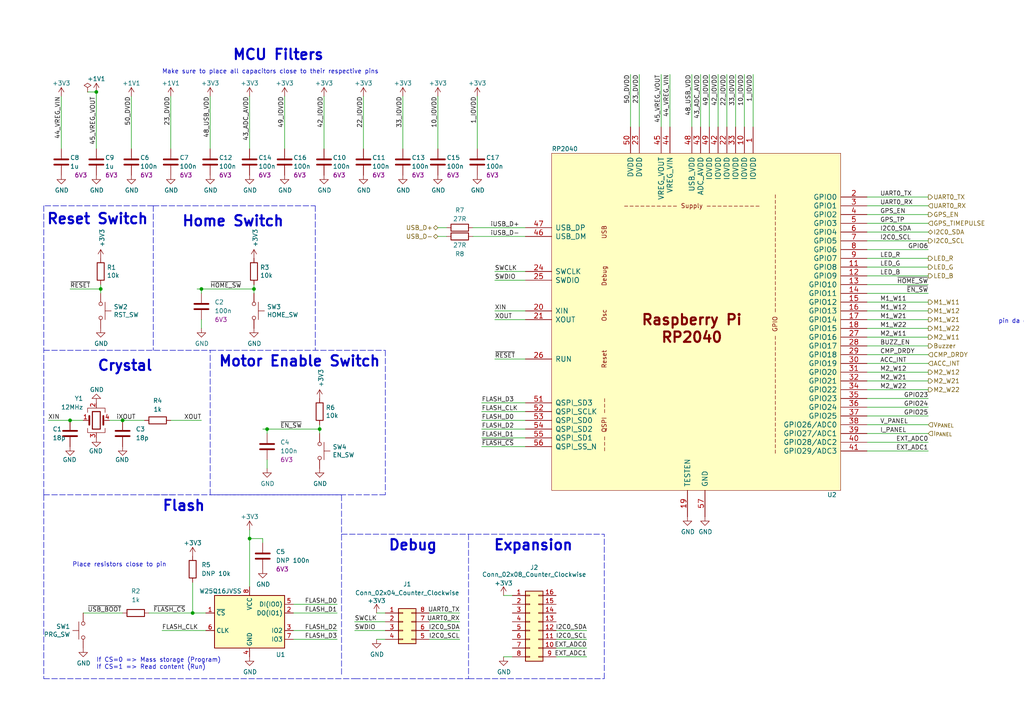
<source format=kicad_sch>
(kicad_sch (version 20211123) (generator eeschema)
  (paper "A4")
  (title_block (title "Control") (company "Thomas Nonis"))
  (lib_symbols
    (symbol "AA_PPSE_2021:RP2040" (pin_names (offset 1.016))
      (property "Reference" "U1" (at 39.37 -48.26 0))
      (property "Value" "RP2040" (at -38.1 52.07 0))
      (symbol "RP2040_1_1"
        (rectangle (start -41.91 50.8) (end 41.91 -46.99) (stroke (width 0.127)) (fill (type background)))
        (text "--- QSPI ---" (at -26.67 -27.94 900) (effects (font (size 1.27 1.27))))
        (text "---------- Supply ----------" (at -1.27 35.56 0) (effects (font (size 1.27 1.27))))
        (text "---------------------- GPIO ----------------------" (at 22.86 1.27 900) (effects (font (size 1.27 1.27))))
        (text "Debug" (at -26.67 15.24 900) (effects (font (size 1.27 1.27))))
        (text "Osc" (at -26.67 3.81 900) (effects (font (size 1.27 1.27))))
        (text "Raspberry Pi" (at -1.27 2.54 0) (effects (font (size 2.9972 2.9972) bold)))
        (text "Reset" (at -26.67 -8.89 900) (effects (font (size 1.27 1.27))))
        (text "RP2040" (at -1.27 -2.54 0) (effects (font (size 2.9972 2.9972) bold)))
        (text "USB" (at -26.67 27.94 900) (effects (font (size 1.27 1.27))))
        (pin power_in line (at 16.51 58.42 270) (length 7.62) (name "IOVDD") (number "1"))
        (pin power_in line (at 13.97 58.42 270) (length 7.62) (name "IOVDD") (number "10"))
        (pin bidirectional line (at 49.53 17.78 180) (length 7.62) (name "GPIO8") (number "11"))
        (pin bidirectional line (at 49.53 15.24 180) (length 7.62) (name "GPIO9") (number "12"))
        (pin bidirectional line (at 49.53 12.7 180) (length 7.62) (name "GPIO10") (number "13"))
        (pin bidirectional line (at 49.53 10.16 180) (length 7.62) (name "GPIO11") (number "14"))
        (pin bidirectional line (at 49.53 7.62 180) (length 7.62) (name "GPIO12") (number "15"))
        (pin bidirectional line (at 49.53 5.08 180) (length 7.62) (name "GPIO13") (number "16"))
        (pin bidirectional line (at 49.53 2.54 180) (length 7.62) (name "GPIO14") (number "17"))
        (pin bidirectional line (at 49.53 0 180) (length 7.62) (name "GPIO15") (number "18"))
        (pin unspecified line (at -2.54 -54.61 90) (length 7.62) (name "TESTEN") (number "19"))
        (pin bidirectional line (at 49.53 38.1 180) (length 7.62) (name "GPIO0") (number "2"))
        (pin input line (at -49.53 5.08 0) (length 7.62) (name "XIN") (number "20"))
        (pin output line (at -49.53 2.54 0) (length 7.62) (name "XOUT") (number "21"))
        (pin power_in line (at 8.89 58.42 270) (length 7.62) (name "IOVDD") (number "22"))
        (pin power_in line (at -16.51 58.42 270) (length 7.62) (name "DVDD") (number "23"))
        (pin unspecified line (at -49.53 16.51 0) (length 7.62) (name "SWCLK") (number "24"))
        (pin unspecified line (at -49.53 13.97 0) (length 7.62) (name "SWDIO") (number "25"))
        (pin input line (at -49.53 -8.89 0) (length 7.62) (name "RUN") (number "26"))
        (pin bidirectional line (at 49.53 -2.54 180) (length 7.62) (name "GPIO16") (number "27"))
        (pin bidirectional line (at 49.53 -5.08 180) (length 7.62) (name "GPIO17") (number "28"))
        (pin bidirectional line (at 49.53 -7.62 180) (length 7.62) (name "GPIO18") (number "29"))
        (pin bidirectional line (at 49.53 35.56 180) (length 7.62) (name "GPIO1") (number "3"))
        (pin bidirectional line (at 49.53 -10.16 180) (length 7.62) (name "GPIO19") (number "30"))
        (pin bidirectional line (at 49.53 -12.7 180) (length 7.62) (name "GPIO20") (number "31"))
        (pin bidirectional line (at 49.53 -15.24 180) (length 7.62) (name "GPIO21") (number "32"))
        (pin power_in line (at 11.43 58.42 270) (length 7.62) (name "IOVDD") (number "33"))
        (pin bidirectional line (at 49.53 -17.78 180) (length 7.62) (name "GPIO22") (number "34"))
        (pin bidirectional line (at 49.53 -20.32 180) (length 7.62) (name "GPIO23") (number "35"))
        (pin bidirectional line (at 49.53 -22.86 180) (length 7.62) (name "GPIO24") (number "36"))
        (pin bidirectional line (at 49.53 -25.4 180) (length 7.62) (name "GPIO25") (number "37"))
        (pin bidirectional line (at 49.53 -27.94 180) (length 7.62) (name "GPIO26/ADC0") (number "38"))
        (pin bidirectional line (at 49.53 -30.48 180) (length 7.62) (name "GPIO27/ADC1") (number "39"))
        (pin bidirectional line (at 49.53 33.02 180) (length 7.62) (name "GPIO2") (number "4"))
        (pin bidirectional line (at 49.53 -33.02 180) (length 7.62) (name "GPIO28/ADC2") (number "40"))
        (pin bidirectional line (at 49.53 -35.56 180) (length 7.62) (name "GPIO29/ADC3") (number "41"))
        (pin power_in line (at 6.35 58.42 270) (length 7.62) (name "IOVDD") (number "42"))
        (pin power_in line (at 1.27 58.42 270) (length 7.62) (name "ADC_AVDD") (number "43"))
        (pin power_in line (at -7.62 58.42 270) (length 7.62) (name "VREG_VIN") (number "44"))
        (pin power_out line (at -10.16 58.42 270) (length 7.62) (name "VREG_VOUT") (number "45"))
        (pin unspecified line (at -49.53 26.67 0) (length 7.62) (name "USB_DM") (number "46"))
        (pin unspecified line (at -49.53 29.21 0) (length 7.62) (name "USB_DP") (number "47"))
        (pin power_in line (at -1.27 58.42 270) (length 7.62) (name "USB_VDD") (number "48"))
        (pin power_in line (at 3.81 58.42 270) (length 7.62) (name "IOVDD") (number "49"))
        (pin bidirectional line (at 49.53 30.48 180) (length 7.62) (name "GPIO3") (number "5"))
        (pin power_in line (at -19.05 58.42 270) (length 7.62) (name "DVDD") (number "50"))
        (pin bidirectional line (at -49.53 -21.59 0) (length 7.62) (name "QSPI_SD3") (number "51"))
        (pin unspecified line (at -49.53 -24.13 0) (length 7.62) (name "QSPI_SCLK") (number "52"))
        (pin bidirectional line (at -49.53 -26.67 0) (length 7.62) (name "QSPI_SD0") (number "53"))
        (pin bidirectional line (at -49.53 -29.21 0) (length 7.62) (name "QSPI_SD2") (number "54"))
        (pin bidirectional line (at -49.53 -31.75 0) (length 7.62) (name "QSPI_SD1") (number "55"))
        (pin unspecified line (at -49.53 -34.29 0) (length 7.62) (name "QSPI_SS_N") (number "56"))
        (pin power_in line (at 2.54 -54.61 90) (length 7.62) (name "GND") (number "57"))
        (pin bidirectional line (at 49.53 27.94 180) (length 7.62) (name "GPIO4") (number "6"))
        (pin bidirectional line (at 49.53 25.4 180) (length 7.62) (name "GPIO5") (number "7"))
        (pin bidirectional line (at 49.53 22.86 180) (length 7.62) (name "GPIO6") (number "8"))
        (pin bidirectional line (at 49.53 20.32 180) (length 7.62) (name "GPIO7") (number "9"))
      )
    )
    (symbol "Connector_Generic:Conn_02x04_Counter_Clockwise" (pin_names (offset 1.016) hide)
      (property "Reference" "J" (at 1.27 5.08 0))
      (property "Value" "Conn_02x04_Counter_Clockwise" (at 1.27 -7.62 0))
      (symbol "Conn_02x04_Counter_Clockwise_1_1"
        (rectangle (start -1.27 -4.953) (end 0 -5.207) (stroke (width 0.1524)))
        (rectangle (start -1.27 -2.413) (end 0 -2.667) (stroke (width 0.1524)))
        (rectangle (start -1.27 0.127) (end 0 -0.127) (stroke (width 0.1524)))
        (rectangle (start -1.27 2.667) (end 0 2.413) (stroke (width 0.1524)))
        (rectangle (start -1.27 3.81) (end 3.81 -6.35) (stroke (width 0.254)) (fill (type background)))
        (rectangle (start 3.81 -4.953) (end 2.54 -5.207) (stroke (width 0.1524)))
        (rectangle (start 3.81 -2.413) (end 2.54 -2.667) (stroke (width 0.1524)))
        (rectangle (start 3.81 0.127) (end 2.54 -0.127) (stroke (width 0.1524)))
        (rectangle (start 3.81 2.667) (end 2.54 2.413) (stroke (width 0.1524)))
        (pin passive line (at -5.08 2.54 0) (length 3.81) (name "Pin_1") (number "1"))
        (pin passive line (at -5.08 0 0) (length 3.81) (name "Pin_2") (number "2"))
        (pin passive line (at -5.08 -2.54 0) (length 3.81) (name "Pin_3") (number "3"))
        (pin passive line (at -5.08 -5.08 0) (length 3.81) (name "Pin_4") (number "4"))
        (pin passive line (at 7.62 -5.08 180) (length 3.81) (name "Pin_5") (number "5"))
        (pin passive line (at 7.62 -2.54 180) (length 3.81) (name "Pin_6") (number "6"))
        (pin passive line (at 7.62 0 180) (length 3.81) (name "Pin_7") (number "7"))
        (pin passive line (at 7.62 2.54 180) (length 3.81) (name "Pin_8") (number "8"))
      )
    )
    (symbol "Connector_Generic:Conn_02x08_Counter_Clockwise" (pin_names (offset 1.016) hide)
      (property "Reference" "J" (at 1.27 10.16 0))
      (property "Value" "Conn_02x08_Counter_Clockwise" (at 1.27 -12.7 0))
      (symbol "Conn_02x08_Counter_Clockwise_1_1"
        (rectangle (start -1.27 -10.033) (end 0 -10.287) (stroke (width 0.1524)))
        (rectangle (start -1.27 -7.493) (end 0 -7.747) (stroke (width 0.1524)))
        (rectangle (start -1.27 -4.953) (end 0 -5.207) (stroke (width 0.1524)))
        (rectangle (start -1.27 -2.413) (end 0 -2.667) (stroke (width 0.1524)))
        (rectangle (start -1.27 0.127) (end 0 -0.127) (stroke (width 0.1524)))
        (rectangle (start -1.27 2.667) (end 0 2.413) (stroke (width 0.1524)))
        (rectangle (start -1.27 5.207) (end 0 4.953) (stroke (width 0.1524)))
        (rectangle (start -1.27 7.747) (end 0 7.493) (stroke (width 0.1524)))
        (rectangle (start -1.27 8.89) (end 3.81 -11.43) (stroke (width 0.254)) (fill (type background)))
        (rectangle (start 3.81 -10.033) (end 2.54 -10.287) (stroke (width 0.1524)))
        (rectangle (start 3.81 -7.493) (end 2.54 -7.747) (stroke (width 0.1524)))
        (rectangle (start 3.81 -4.953) (end 2.54 -5.207) (stroke (width 0.1524)))
        (rectangle (start 3.81 -2.413) (end 2.54 -2.667) (stroke (width 0.1524)))
        (rectangle (start 3.81 0.127) (end 2.54 -0.127) (stroke (width 0.1524)))
        (rectangle (start 3.81 2.667) (end 2.54 2.413) (stroke (width 0.1524)))
        (rectangle (start 3.81 5.207) (end 2.54 4.953) (stroke (width 0.1524)))
        (rectangle (start 3.81 7.747) (end 2.54 7.493) (stroke (width 0.1524)))
        (pin passive line (at -5.08 7.62 0) (length 3.81) (name "Pin_1") (number "1"))
        (pin passive line (at 7.62 -7.62 180) (length 3.81) (name "Pin_10") (number "10"))
        (pin passive line (at 7.62 -5.08 180) (length 3.81) (name "Pin_11") (number "11"))
        (pin passive line (at 7.62 -2.54 180) (length 3.81) (name "Pin_12") (number "12"))
        (pin passive line (at 7.62 0 180) (length 3.81) (name "Pin_13") (number "13"))
        (pin passive line (at 7.62 2.54 180) (length 3.81) (name "Pin_14") (number "14"))
        (pin passive line (at 7.62 5.08 180) (length 3.81) (name "Pin_15") (number "15"))
        (pin passive line (at 7.62 7.62 180) (length 3.81) (name "Pin_16") (number "16"))
        (pin passive line (at -5.08 5.08 0) (length 3.81) (name "Pin_2") (number "2"))
        (pin passive line (at -5.08 2.54 0) (length 3.81) (name "Pin_3") (number "3"))
        (pin passive line (at -5.08 0 0) (length 3.81) (name "Pin_4") (number "4"))
        (pin passive line (at -5.08 -2.54 0) (length 3.81) (name "Pin_5") (number "5"))
        (pin passive line (at -5.08 -5.08 0) (length 3.81) (name "Pin_6") (number "6"))
        (pin passive line (at -5.08 -7.62 0) (length 3.81) (name "Pin_7") (number "7"))
        (pin passive line (at -5.08 -10.16 0) (length 3.81) (name "Pin_8") (number "8"))
        (pin passive line (at 7.62 -10.16 180) (length 3.81) (name "Pin_9") (number "9"))
      )
    )
    (symbol "Device:C" (pin_numbers hide) (pin_names (offset 0.254))
      (property "Reference" "C" (at 0.635 2.54 0))
      (property "Value" "C" (at 0.635 -2.54 0))
      (symbol "C_0_1"
        (polyline (pts (xy -2.032 -0.762) (xy 2.032 -0.762)) (stroke (width 0.508)))
        (polyline (pts (xy -2.032 0.762) (xy 2.032 0.762)) (stroke (width 0.508)))
      )
      (symbol "C_1_1"
        (pin passive line (at 0 3.81 270) (length 2.794) (name "~") (number "1"))
        (pin passive line (at 0 -3.81 90) (length 2.794) (name "~") (number "2"))
      )
    )
    (symbol "Device:Crystal_GND23" (pin_names (offset 1.016) hide)
      (property "Reference" "Y" (at 3.175 5.08 0))
      (property "Value" "Crystal_GND23" (at 3.175 3.175 0))
      (symbol "Crystal_GND23_0_1"
        (rectangle (start -1.143 2.54) (end 1.143 -2.54) (stroke (width 0.3048)))
        (polyline (pts (xy -2.54 0) (xy -2.032 0)))
        (polyline (pts (xy -2.032 -1.27) (xy -2.032 1.27)) (stroke (width 0.508)))
        (polyline (pts (xy 0 -3.81) (xy 0 -3.556)))
        (polyline (pts (xy 0 3.556) (xy 0 3.81)))
        (polyline (pts (xy 2.032 -1.27) (xy 2.032 1.27)) (stroke (width 0.508)))
        (polyline (pts (xy 2.032 0) (xy 2.54 0)))
        (polyline (pts (xy -2.54 -2.286) (xy -2.54 -3.556) (xy 2.54 -3.556) (xy 2.54 -2.286)))
        (polyline (pts (xy -2.54 2.286) (xy -2.54 3.556) (xy 2.54 3.556) (xy 2.54 2.286)))
      )
      (symbol "Crystal_GND23_1_1"
        (pin passive line (at -3.81 0 0) (length 1.27) (name "1") (number "1"))
        (pin passive line (at 0 5.08 270) (length 1.27) (name "2") (number "2"))
        (pin passive line (at 0 -5.08 90) (length 1.27) (name "3") (number "3"))
        (pin passive line (at 3.81 0 180) (length 1.27) (name "4") (number "4"))
      )
    )
    (symbol "Device:R" (pin_numbers hide) (pin_names (offset 0))
      (property "Reference" "R" (at 2.032 0 90))
      (property "Value" "R" (at 0 0 90))
      (symbol "R_0_1"
        (rectangle (start -1.016 -2.54) (end 1.016 2.54) (stroke (width 0.254)))
      )
      (symbol "R_1_1"
        (pin passive line (at 0 3.81 270) (length 1.27) (name "~") (number "1"))
        (pin passive line (at 0 -3.81 90) (length 1.27) (name "~") (number "2"))
      )
    )
    (symbol "Memory_Flash:W25Q32JVSS"
      (property "Reference" "U" (at -8.89 8.89 0))
      (property "Value" "W25Q32JVSS" (at 7.62 8.89 0))
      (symbol "W25Q32JVSS_0_1"
        (rectangle (start -10.16 7.62) (end 10.16 -7.62) (stroke (width 0.254)) (fill (type background)))
      )
      (symbol "W25Q32JVSS_1_1"
        (pin input line (at -12.7 2.54 0) (length 2.54) (name "~{CS}") (number "1"))
        (pin bidirectional line (at 12.7 2.54 180) (length 2.54) (name "DO(IO1)") (number "2"))
        (pin bidirectional line (at 12.7 -2.54 180) (length 2.54) (name "IO2") (number "3"))
        (pin power_in line (at 0 -10.16 90) (length 2.54) (name "GND") (number "4"))
        (pin bidirectional line (at 12.7 5.08 180) (length 2.54) (name "DI(IO0)") (number "5"))
        (pin input line (at -12.7 -2.54 0) (length 2.54) (name "CLK") (number "6"))
        (pin bidirectional line (at 12.7 -5.08 180) (length 2.54) (name "IO3") (number "7"))
        (pin power_in line (at 0 10.16 270) (length 2.54) (name "VCC") (number "8"))
      )
    )
    (symbol "Switch:SW_Push" (pin_numbers hide) (pin_names (offset 1.016) hide)
      (property "Reference" "SW" (at 1.27 2.54 0))
      (property "Value" "SW_Push" (at 0 -1.524 0))
      (symbol "SW_Push_0_1"
        (circle (center -2.032 0) (radius 0.508))
        (polyline (pts (xy 0 1.27) (xy 0 3.048)))
        (polyline (pts (xy 2.54 1.27) (xy -2.54 1.27)))
        (circle (center 2.032 0) (radius 0.508))
        (pin passive line (at -5.08 0 0) (length 2.54) (name "1") (number "1"))
        (pin passive line (at 5.08 0 180) (length 2.54) (name "2") (number "2"))
      )
    )
    (symbol "power:+1V1" (power) (pin_names (offset 0))
      (property "Value" "+1V1" (at 0 3.556 0))
      (symbol "+1V1_0_1"
        (polyline (pts (xy -0.762 1.27) (xy 0 2.54)))
        (polyline (pts (xy 0 0) (xy 0 2.54)))
        (polyline (pts (xy 0 2.54) (xy 0.762 1.27)))
      )
      (symbol "+1V1_1_1"
        (pin power_in line (at 0 0 90) (length 0) hide (name "+1V1") (number "1"))
      )
    )
    (symbol "power:+3V3" (power) (pin_names (offset 0))
      (property "Value" "+3V3" (at 0 3.556 0))
      (symbol "+3V3_0_1"
        (polyline (pts (xy -0.762 1.27) (xy 0 2.54)))
        (polyline (pts (xy 0 0) (xy 0 2.54)))
        (polyline (pts (xy 0 2.54) (xy 0.762 1.27)))
      )
      (symbol "+3V3_1_1"
        (pin power_in line (at 0 0 90) (length 0) hide (name "+3V3") (number "1"))
      )
    )
    (symbol "power:GND" (power) (pin_names (offset 0))
      (property "Value" "GND" (at 0 -3.81 0))
      (symbol "GND_0_1"
        (polyline (pts (xy 0 0) (xy 0 -1.27) (xy 1.27 -1.27) (xy 0 -2.54) (xy -1.27 -1.27) (xy 0 -1.27)))
      )
      (symbol "GND_1_1"
        (pin power_in line (at 0 0 270) (length 0) hide (name "GND") (number "1"))
      )
    )
    (symbol "power:PWR_FLAG" (power) (pin_numbers hide) (pin_names (offset 0) hide)
      (property "Value" "PWR_FLAG" (at 0 3.81 0))
      (symbol "PWR_FLAG_0_0"
        (pin power_out line (at 0 0 90) (length 0) (name "pwr") (number "1"))
      )
      (symbol "PWR_FLAG_0_1"
        (polyline (pts (xy 0 0) (xy 0 1.27) (xy -1.016 1.905) (xy 0 2.54) (xy 1.016 1.905) (xy 0 1.27)))
      )
    )
  )
  (junction (at 35.56 121.92))
  (junction (at 29.21 83.82))
  (junction (at 73.66 83.82))
  (junction (at 27.94 26.67))
  (junction (at 72.39 156.21))
  (junction (at 55.88 177.8))
  (junction (at 92.71 124.46))
  (junction (at 77.47 124.46))
  (junction (at 58.42 83.82))
  (junction (at 20.32 121.92))
  (wire (pts (xy 138.43 27.94) (xy 138.43 43.18)))
  (wire (pts (xy 194.31 21.59) (xy 194.31 36.83)))
  (wire (pts (xy 73.66 82.55) (xy 73.66 83.82)))
  (wire (pts (xy 105.41 27.94) (xy 105.41 43.18)))
  (polyline (pts (xy 44.45 143.51) (xy 50.8 143.51)))
  (wire (pts (xy 152.4 90.17) (xy 143.51 90.17)))
  (wire (pts (xy 124.46 185.42) (xy 133.35 185.42)))
  (wire (pts (xy 269.24 69.85) (xy 251.46 69.85)))
  (wire (pts (xy 152.4 116.84) (xy 139.7 116.84)))
  (wire (pts (xy 24.13 177.8) (xy 35.56 177.8)))
  (wire (pts (xy 251.46 77.47) (xy 269.24 77.47)))
  (wire (pts (xy 269.24 64.77) (xy 251.46 64.77)))
  (wire (pts (xy 251.46 87.63) (xy 269.24 87.63)))
  (wire (pts (xy 251.46 107.95) (xy 269.24 107.95)))
  (wire (pts (xy 215.9 21.59) (xy 215.9 36.83)))
  (wire (pts (xy 251.46 72.39) (xy 269.24 72.39)))
  (wire (pts (xy 137.16 66.04) (xy 152.4 66.04)))
  (wire (pts (xy 76.2 156.21) (xy 76.2 157.48)))
  (wire (pts (xy 17.78 27.94) (xy 17.78 43.18)))
  (wire (pts (xy 29.21 83.82) (xy 29.21 85.09)))
  (polyline (pts (xy 111.76 101.6) (xy 111.76 143.51)))
  (wire (pts (xy 161.29 182.88) (xy 170.18 182.88)))
  (wire (pts (xy 251.46 100.33) (xy 269.24 100.33)))
  (wire (pts (xy 85.09 182.88) (xy 97.79 182.88)))
  (wire (pts (xy 251.46 120.65) (xy 269.24 120.65)))
  (wire (pts (xy 49.53 121.92) (xy 58.42 121.92)))
  (wire (pts (xy 77.47 124.46) (xy 92.71 124.46)))
  (wire (pts (xy 218.44 21.59) (xy 218.44 36.83)))
  (polyline (pts (xy 175.26 196.85) (xy 175.26 154.94)))
  (wire (pts (xy 269.24 57.15) (xy 251.46 57.15)))
  (wire (pts (xy 146.05 172.72) (xy 148.59 172.72)))
  (wire (pts (xy 116.84 27.94) (xy 116.84 43.18)))
  (wire (pts (xy 152.4 124.46) (xy 139.7 124.46)))
  (wire (pts (xy 29.21 82.55) (xy 29.21 83.82)))
  (polyline (pts (xy 102.87 196.85) (xy 135.89 196.85)))
  (wire (pts (xy 152.4 78.74) (xy 143.51 78.74)))
  (polyline (pts (xy 12.7 143.51) (xy 12.7 101.6)))
  (polyline (pts (xy 12.7 196.85) (xy 102.87 196.85)))
  (wire (pts (xy 73.66 83.82) (xy 73.66 85.09)))
  (wire (pts (xy 111.76 180.34) (xy 102.87 180.34)))
  (wire (pts (xy 85.09 175.26) (xy 97.79 175.26)))
  (polyline (pts (xy 91.44 59.69) (xy 91.44 101.6)))
  (wire (pts (xy 251.46 90.17) (xy 269.24 90.17)))
  (wire (pts (xy 31.75 121.92) (xy 35.56 121.92)))
  (wire (pts (xy 82.55 27.94) (xy 82.55 43.18)))
  (polyline (pts (xy 99.06 195.58) (xy 99.06 143.51)))
  (wire (pts (xy 72.39 156.21) (xy 72.39 170.18)))
  (wire (pts (xy 251.46 85.09) (xy 269.24 85.09)))
  (polyline (pts (xy 135.89 196.85) (xy 175.26 196.85)))
  (wire (pts (xy 251.46 97.79) (xy 269.24 97.79)))
  (wire (pts (xy 191.77 21.59) (xy 191.77 36.83)))
  (wire (pts (xy 76.2 124.46) (xy 77.47 124.46)))
  (wire (pts (xy 92.71 123.19) (xy 92.71 124.46)))
  (wire (pts (xy 55.88 177.8) (xy 59.69 177.8)))
  (polyline (pts (xy 44.45 59.69) (xy 12.7 59.69)))
  (wire (pts (xy 77.47 124.46) (xy 77.47 125.73)))
  (wire (pts (xy 251.46 128.27) (xy 269.24 128.27)))
  (wire (pts (xy 251.46 115.57) (xy 269.24 115.57)))
  (wire (pts (xy 269.24 62.23) (xy 251.46 62.23)))
  (polyline (pts (xy 44.45 59.69) (xy 91.44 59.69)))
  (wire (pts (xy 251.46 102.87) (xy 269.24 102.87)))
  (wire (pts (xy 200.66 21.59) (xy 200.66 36.83)))
  (wire (pts (xy 72.39 27.94) (xy 72.39 43.18)))
  (wire (pts (xy 29.21 83.82) (xy 20.32 83.82)))
  (wire (pts (xy 55.88 168.91) (xy 55.88 177.8)))
  (wire (pts (xy 77.47 133.35) (xy 77.47 135.89)))
  (wire (pts (xy 146.05 190.5) (xy 148.59 190.5)))
  (wire (pts (xy 269.24 59.69) (xy 251.46 59.69)))
  (wire (pts (xy 251.46 74.93) (xy 269.24 74.93)))
  (polyline (pts (xy 60.96 101.6) (xy 111.76 101.6)))
  (wire (pts (xy 127 66.04) (xy 129.54 66.04)))
  (wire (pts (xy 210.82 21.59) (xy 210.82 36.83)))
  (wire (pts (xy 213.36 21.59) (xy 213.36 36.83)))
  (wire (pts (xy 185.42 21.59) (xy 185.42 36.83)))
  (wire (pts (xy 152.4 129.54) (xy 139.7 129.54)))
  (wire (pts (xy 109.22 185.42) (xy 111.76 185.42)))
  (wire (pts (xy 124.46 180.34) (xy 133.35 180.34)))
  (polyline (pts (xy 12.7 143.51) (xy 12.7 196.85)))
  (wire (pts (xy 269.24 123.19) (xy 251.46 123.19)))
  (wire (pts (xy 152.4 121.92) (xy 139.7 121.92)))
  (wire (pts (xy 152.4 92.71) (xy 143.51 92.71)))
  (wire (pts (xy 124.46 182.88) (xy 133.35 182.88)))
  (wire (pts (xy 161.29 190.5) (xy 170.18 190.5)))
  (wire (pts (xy 269.24 67.31) (xy 251.46 67.31)))
  (polyline (pts (xy 99.06 154.94) (xy 175.26 154.94)))
  (wire (pts (xy 124.46 177.8) (xy 133.35 177.8)))
  (wire (pts (xy 205.74 21.59) (xy 205.74 36.83)))
  (wire (pts (xy 251.46 110.49) (xy 269.24 110.49)))
  (wire (pts (xy 76.2 156.21) (xy 72.39 156.21)))
  (wire (pts (xy 57.15 83.82) (xy 58.42 83.82)))
  (wire (pts (xy 152.4 119.38) (xy 139.7 119.38)))
  (wire (pts (xy 251.46 130.81) (xy 269.24 130.81)))
  (wire (pts (xy 25.4 26.67) (xy 27.94 26.67)))
  (wire (pts (xy 43.18 177.8) (xy 55.88 177.8)))
  (wire (pts (xy 152.4 81.28) (xy 143.51 81.28)))
  (wire (pts (xy 109.22 177.8) (xy 111.76 177.8)))
  (wire (pts (xy 92.71 124.46) (xy 92.71 125.73)))
  (wire (pts (xy 251.46 105.41) (xy 269.24 105.41)))
  (wire (pts (xy 251.46 92.71) (xy 269.24 92.71)))
  (wire (pts (xy 59.69 182.88) (xy 46.99 182.88)))
  (polyline (pts (xy 12.7 59.69) (xy 12.7 101.6)))
  (wire (pts (xy 27.94 26.67) (xy 27.94 43.18)))
  (wire (pts (xy 251.46 95.25) (xy 269.24 95.25)))
  (wire (pts (xy 203.2 21.59) (xy 203.2 36.83)))
  (wire (pts (xy 152.4 68.58) (xy 137.16 68.58)))
  (wire (pts (xy 161.29 187.96) (xy 170.18 187.96)))
  (wire (pts (xy 93.98 27.94) (xy 93.98 43.18)))
  (wire (pts (xy 13.97 121.92) (xy 20.32 121.92)))
  (wire (pts (xy 208.28 21.59) (xy 208.28 36.83)))
  (wire (pts (xy 35.56 121.92) (xy 41.91 121.92)))
  (polyline (pts (xy 60.96 143.51) (xy 60.96 101.6)))
  (wire (pts (xy 251.46 80.01) (xy 269.24 80.01)))
  (wire (pts (xy 161.29 185.42) (xy 170.18 185.42)))
  (wire (pts (xy 72.39 153.67) (xy 72.39 156.21)))
  (wire (pts (xy 20.32 121.92) (xy 24.13 121.92)))
  (polyline (pts (xy 12.7 143.51) (xy 99.06 143.51)))
  (wire (pts (xy 182.88 21.59) (xy 182.88 36.83)))
  (polyline (pts (xy 44.45 59.69) (xy 44.45 101.6)))
  (wire (pts (xy 58.42 92.71) (xy 58.42 95.25)))
  (wire (pts (xy 85.09 185.42) (xy 97.79 185.42)))
  (polyline (pts (xy 12.7 101.6) (xy 60.96 101.6)))
  (wire (pts (xy 251.46 113.03) (xy 269.24 113.03)))
  (wire (pts (xy 127 27.94) (xy 127 43.18)))
  (wire (pts (xy 60.96 27.94) (xy 60.96 43.18)))
  (wire (pts (xy 251.46 82.55) (xy 269.24 82.55)))
  (wire (pts (xy 269.24 125.73) (xy 251.46 125.73)))
  (wire (pts (xy 129.54 68.58) (xy 127 68.58)))
  (wire (pts (xy 251.46 118.11) (xy 269.24 118.11)))
  (wire (pts (xy 152.4 127) (xy 139.7 127)))
  (wire (pts (xy 111.76 182.88) (xy 102.87 182.88)))
  (wire (pts (xy 58.42 83.82) (xy 58.42 85.09)))
  (wire (pts (xy 38.1 27.94) (xy 38.1 43.18)))
  (wire (pts (xy 85.09 177.8) (xy 97.79 177.8)))
  (wire (pts (xy 49.53 27.94) (xy 49.53 43.18)))
  (wire (pts (xy 152.4 104.14) (xy 143.51 104.14)))
  (wire (pts (xy 58.42 83.82) (xy 73.66 83.82)))
  (polyline (pts (xy 111.76 143.51) (xy 60.96 143.51)))
  (polyline (pts (xy 135.89 154.94) (xy 135.89 196.85)))
  (text "Expansion" (at 166.37 160.02 180) (effects (font (size 3 3) (thickness 0.6) bold) (justify right bottom)))
  (text "Place resistors close to pin" (at 20.955 164.592 0) (effects (font (size 1.27 1.27)) (justify left bottom)))
  (text "MCU Filters" (at 67.31 17.78 0) (effects (font (size 3 3) (thickness 0.6) bold) (justify left bottom)))
  (text "Home Switch" (at 82.55 66.04 180) (effects (font (size 3 3) (thickness 0.6) bold) (justify right bottom)))
  (text "pin da controllare e/o rifare" (at 289.56 93.98 0) (effects (font (size 1.27 1.27)) (justify left bottom)))
  (text "Make sure to place all capacitors close to their respective pins" (at 46.99 21.59 0) (effects (font (size 1.27 1.27)) (justify left bottom)))
  (text "Motor Enable Switch" (at 110.49 106.68 180) (effects (font (size 3 3) (thickness 0.6) bold) (justify right bottom)))
  (text "Flash" (at 59.69 148.59 180) (effects (font (size 2.9972 2.9972) (thickness 0.5994) bold) (justify right bottom)))
  (text "Debug" (at 127 160.02 180) (effects (font (size 3 3) (thickness 0.6) bold) (justify right bottom)))
  (text "Reset Switch" (at 43.18 65.405 180) (effects (font (size 3 3) (thickness 0.6) bold) (justify right bottom)))
  (text "If CS=0 => Mass storage (Program)\nIf CS=1 => Read content (Run)" (at 27.94 194.31 0) (effects (font (size 1.27 1.27)) (justify left bottom)))
  (text "Crystal" (at 44.45 107.95 180) (effects (font (size 3 3) (thickness 0.6) bold) (justify right bottom)))
  (label "1_IOVDD" (at 218.44 21.59 270))
  (label "iXOUT" (at 39.37 121.92 180))
  (label "GPS_EN" (at 255.27 62.23 0))
  (label "10_IOVDD" (at 127 27.94 270))
  (label "~{RESET}" (at 143.51 104.14 0))
  (label "42_IOVDD" (at 208.28 21.59 270))
  (label "~{EN_SW}" (at 269.24 85.09 180))
  (label "LED_R" (at 255.27 74.93 0))
  (label "SWCLK" (at 102.87 180.34 0))
  (label "M1_W12" (at 255.27 90.17 0))
  (label "UART0_RX" (at 133.35 180.34 180))
  (label "LED_B" (at 255.27 80.01 0))
  (label "I_PANEL" (at 255.27 125.73 0))
  (label "UART0_TX" (at 255.27 57.15 0))
  (label "XOUT" (at 58.42 121.92 180))
  (label "GPIO24" (at 269.24 118.11 180))
  (label "22_IOVDD" (at 105.41 27.94 270))
  (label "I2C0_SCL" (at 133.35 185.42 180))
  (label "44_VREG_VIN" (at 17.78 27.94 270))
  (label "M2_W11" (at 255.27 97.79 0))
  (label "~{EN_SW}" (at 81.28 124.46 0))
  (label "I2C0_SCL" (at 170.18 185.42 180))
  (label "BUZZ_EN" (at 255.27 100.33 0))
  (label "~{HOME_SW}" (at 269.24 82.55 180))
  (label "GPIO23" (at 269.24 115.57 180))
  (label "49_IOVDD" (at 82.55 27.94 270))
  (label "M2_W21" (at 255.27 110.49 0))
  (label "M2_W12" (at 255.27 107.95 0))
  (label "M1_W11" (at 255.27 87.63 0))
  (label "M1_W22" (at 255.27 95.25 0))
  (label "I2C0_SDA" (at 170.18 182.88 180))
  (label "XIN" (at 13.97 121.92 0))
  (label "EXT_ADC1" (at 269.24 130.81 180))
  (label "1_IOVDD" (at 138.43 27.94 270))
  (label "49_IOVDD" (at 205.74 21.59 270))
  (label "iUSB_D+" (at 142.24 66.04 0))
  (label "XIN" (at 143.51 90.17 0))
  (label "10_IOVDD" (at 215.9 21.59 270))
  (label "SWCLK" (at 143.51 78.74 0))
  (label "50_DVDD" (at 182.88 21.59 270))
  (label "I2C0_SDA" (at 133.35 182.88 180))
  (label "SWDIO" (at 143.51 81.28 0))
  (label "50_DVDD" (at 38.1 27.94 270))
  (label "EXT_ADC0" (at 170.18 187.96 180))
  (label "48_USB_VDD" (at 200.66 21.59 270))
  (label "23_DVDD" (at 49.53 27.94 270))
  (label "FLASH_D2" (at 139.7 124.46 0))
  (label "FLASH_D2" (at 97.79 182.88 180))
  (label "43_ADC_AVDD" (at 72.39 27.94 270))
  (label "LED_G" (at 255.27 77.47 0))
  (label "CMP_DRDY" (at 255.27 102.87 0))
  (label "SWDIO" (at 102.87 182.88 0))
  (label "EXT_ADC0" (at 269.24 128.27 180))
  (label "GPIO6" (at 269.24 72.39 180))
  (label "EXT_ADC1" (at 170.18 190.5 180))
  (label "FLASH_D3" (at 139.7 116.84 0))
  (label "FLASH_CLK" (at 46.99 182.88 0))
  (label "45_VREG_VOUT" (at 27.94 27.94 270))
  (label "33_IOVDD" (at 116.84 27.94 270))
  (label "UART0_RX" (at 255.27 59.69 0))
  (label "FLASH_D0" (at 139.7 121.92 0))
  (label "UART0_TX" (at 133.35 177.8 180))
  (label "M2_W22" (at 255.27 113.03 0))
  (label "GPIO25" (at 269.24 120.65 180))
  (label "I2C0_SDA" (at 255.27 67.31 0))
  (label "33_IOVDD" (at 213.36 21.59 270))
  (label "42_IOVDD" (at 93.98 27.94 270))
  (label "iUSB_D-" (at 142.24 68.58 0))
  (label "~{RESET}" (at 20.32 83.82 0))
  (label "FLASH_D3" (at 97.79 185.42 180))
  (label "ACC_INT" (at 255.27 105.41 0))
  (label "48_USB_VDD" (at 60.96 27.94 270))
  (label "FLASH_CLK" (at 139.7 119.38 0))
  (label "FLASH_D0" (at 97.79 175.26 180))
  (label "GPS_TP" (at 255.27 64.77 0))
  (label "~{FLASH_CS}" (at 44.45 177.8 0))
  (label "V_PANEL" (at 255.27 123.19 0))
  (label "M1_W21" (at 255.27 92.71 0))
  (label "23_DVDD" (at 185.42 21.59 270))
  (label "45_VREG_VOUT" (at 191.77 21.59 270))
  (label "I2C0_SCL" (at 255.27 69.85 0))
  (label "XOUT" (at 143.51 92.71 0))
  (label "44_VREG_VIN" (at 194.31 21.59 270))
  (label "~{USB_BOOT}" (at 25.4 177.8 0))
  (label "22_IOVDD" (at 210.82 21.59 270))
  (label "~{HOME_SW}" (at 60.96 83.82 0))
  (label "FLASH_D1" (at 97.79 177.8 180))
  (label "~{FLASH_CS}" (at 139.7 129.54 0))
  (label "43_ADC_AVDD" (at 203.2 21.59 270))
  (label "FLASH_D1" (at 139.7 127 0))
  (hierarchical_label "UART0_TX" (shape output) (at 269.24 57.15 0))
  (hierarchical_label "V_{PANEL}" (shape input) (at 269.24 123.19 0))
  (hierarchical_label "M1_W11" (shape output) (at 269.24 87.63 0))
  (hierarchical_label "M1_W21" (shape output) (at 269.24 92.71 0))
  (hierarchical_label "USB_D+" (shape bidirectional) (at 127 66.04 180))
  (hierarchical_label "GPS_TIMEPULSE" (shape input) (at 269.24 64.77 0))
  (hierarchical_label "Buzzer" (shape output) (at 269.24 100.33 0))
  (hierarchical_label "I_{PANEL}" (shape input) (at 269.24 125.73 0))
  (hierarchical_label "M1_W22" (shape output) (at 269.24 95.25 0))
  (hierarchical_label "M2_W21" (shape output) (at 269.24 110.49 0))
  (hierarchical_label "LED_B" (shape output) (at 269.24 80.01 0))
  (hierarchical_label "I2C0_SCL" (shape output) (at 269.24 69.85 0))
  (hierarchical_label "I2C0_SDA" (shape bidirectional) (at 269.24 67.31 0))
  (hierarchical_label "LED_R" (shape output) (at 269.24 74.93 0))
  (hierarchical_label "UART0_RX" (shape input) (at 269.24 59.69 0))
  (hierarchical_label "M2_W11" (shape output) (at 269.24 97.79 0))
  (hierarchical_label "M2_W22" (shape output) (at 269.24 113.03 0))
  (hierarchical_label "GPS_EN" (shape output) (at 269.24 62.23 0))
  (hierarchical_label "LED_G" (shape output) (at 269.24 77.47 0))
  (hierarchical_label "USB_D-" (shape bidirectional) (at 127 68.58 180))
  (hierarchical_label "ACC_INT" (shape input) (at 269.24 105.41 0))
  (hierarchical_label "M1_W12" (shape output) (at 269.24 90.17 0))
  (hierarchical_label "CMP_DRDY" (shape input) (at 269.24 102.87 0))
  (hierarchical_label "M2_W12" (shape output) (at 269.24 107.95 0))
  (symbol (lib_id "AA_PPSE_2021:RP2040") (at 201.93 95.25 0) (unit 1)
    (property "Reference" "U2" (at 241.3 143.51 0))
    (property "Value" "RP2040" (at 163.83 43.18 0))
    (property "Footprint" "ppse_2021:RP2040-Hand-Solder" (effects hide))
  )
  (symbol (lib_id "Switch:SW_Push") (at 29.21 90.17 270) (unit 1)
    (property "Reference" "SW2" (at 32.9692 89.0016 90) (effects (justify left)))
    (property "Value" "RST_SW" (at 32.9692 91.313 90) (effects (justify left)))
    (property "Footprint" "Button_Switch_SMD:SW_SPST_PTS645" (effects hide))
  )
  (symbol (lib_id "Device:R") (at 29.21 78.74 0) (unit 1)
    (property "Reference" "R1" (at 30.988 77.5716 0) (effects (justify left)))
    (property "Value" "10k" (at 30.988 79.883 0) (effects (justify left)))
    (property "Footprint" "Resistor_SMD:R_0603_1608Metric" (effects hide))
  )
  (symbol (lib_id "power:GND") (at 29.21 95.25 0) (unit 1)
    (property "Reference" "#PWR07" (effects hide))
    (property "Value" "GND" (at 29.337 99.6442 0))
  )
  (symbol (lib_id "power:+3V3") (at 29.21 74.93 0) (unit 1)
    (property "Reference" "#PWR06" (effects hide))
    (property "Value" "+3V3" (at 29.591 71.6788 90) (effects (justify left)))
  )
  (symbol (lib_id "Device:R") (at 133.35 66.04 270) (unit 1)
    (property "Reference" "R7" (at 133.35 60.96 90))
    (property "Value" "27R" (at 133.35 63.5 90))
    (property "Footprint" "Resistor_SMD:R_0603_1608Metric" (effects hide))
  )
  (symbol (lib_id "Device:R") (at 133.35 68.58 270) (unit 1)
    (property "Reference" "R8" (at 133.35 73.66 90))
    (property "Value" "27R" (at 133.35 71.12 90))
    (property "Footprint" "Resistor_SMD:R_0603_1608Metric" (effects hide))
  )
  (symbol (lib_id "power:GND") (at 199.39 149.86 0) (unit 1)
    (property "Reference" "#PWR029" (effects hide))
    (property "Value" "GND" (at 199.517 154.2542 0))
  )
  (symbol (lib_id "power:GND") (at 204.47 149.86 0) (unit 1)
    (property "Reference" "#PWR031" (effects hide))
    (property "Value" "GND" (at 204.597 154.2542 0))
  )
  (symbol (lib_id "power:GND") (at 27.94 127 0) (unit 1)
    (property "Reference" "#PWR05" (effects hide))
    (property "Value" "GND" (at 29.845 130.81 0) (effects (justify right)))
  )
  (symbol (lib_id "power:GND") (at 27.94 116.84 180) (unit 1)
    (property "Reference" "#PWR04" (effects hide))
    (property "Value" "GND" (at 26.035 113.03 0) (effects (justify right)))
  )
  (symbol (lib_id "power:+3V3") (at 17.78 27.94 0) (unit 1)
    (property "Reference" "#PWR028" (effects hide))
    (property "Value" "+3V3" (at 17.78 24.13 0))
  )
  (symbol (lib_id "power:+3V3") (at 55.88 161.29 0) (unit 1)
    (property "Reference" "#PWR011" (effects hide))
    (property "Value" "+3V3" (at 55.88 157.48 0))
  )
  (symbol (lib_id "power:+3V3") (at 105.41 27.94 0) (unit 1)
    (property "Reference" "#PWR0103" (effects hide))
    (property "Value" "+3V3" (at 105.41 24.13 0))
  )
  (symbol (lib_id "power:+3V3") (at 72.39 27.94 0) (unit 1)
    (property "Reference" "#PWR0108" (effects hide))
    (property "Value" "+3V3" (at 72.39 24.13 0))
  )
  (symbol (lib_id "Device:R") (at 92.71 119.38 0) (unit 1)
    (property "Reference" "R6" (at 94.488 118.2116 0) (effects (justify left)))
    (property "Value" "10k" (at 94.488 120.523 0) (effects (justify left)))
    (property "Footprint" "Resistor_SMD:R_0603_1608Metric" (effects hide))
  )
  (symbol (lib_id "power:GND") (at 93.98 50.8 0) (unit 1)
    (property "Reference" "#PWR032" (effects hide))
    (property "Value" "GND" (at 94.107 55.1942 0))
  )
  (symbol (lib_id "power:+3V3") (at 127 27.94 0) (unit 1)
    (property "Reference" "#PWR0105" (effects hide))
    (property "Value" "+3V3" (at 127 24.13 0))
  )
  (symbol (lib_id "power:+3V3") (at 109.22 177.8 0) (unit 1)
    (property "Reference" "#PWR018" (effects hide))
    (property "Value" "+3V3" (at 109.22 174.244 0))
  )
  (symbol (lib_id "power:GND") (at 24.13 187.96 0) (unit 1)
    (property "Reference" "#PWR02" (effects hide))
    (property "Value" "GND" (at 24.257 192.3542 0))
  )
  (symbol (lib_id "Switch:SW_Push") (at 92.71 130.81 270) (unit 1)
    (property "Reference" "SW4" (at 96.4692 129.6416 90) (effects (justify left)))
    (property "Value" "EN_SW" (at 96.4692 131.953 90) (effects (justify left)))
    (property "Footprint" "Button_Switch_SMD:SW_SPST_PTS645" (effects hide))
  )
  (symbol (lib_id "Switch:SW_Push") (at 24.13 182.88 90) (mirror x) (unit 1)
    (property "Reference" "SW1" (at 20.3708 181.7116 90) (effects (justify left)))
    (property "Value" "PRG_SW" (at 20.3708 184.023 90) (effects (justify left)))
    (property "Footprint" "Button_Switch_SMD:SW_SPST_PTS645" (effects hide))
  )
  (symbol (lib_id "Device:C") (at 116.84 46.99 0) (unit 1)
    (property "Reference" "C13" (at 119.38 45.72 0) (effects (justify left)))
    (property "Value" "100n" (at 119.38 48.26 0) (effects (justify left)))
    (property "Footprint" "Capacitor_SMD:C_0603_1608Metric" (effects hide))
    (property "Voltage" "6V3" (at 119.38 50.8001 0) (effects (justify left)))
  )
  (symbol (lib_id "power:GND") (at 76.2 165.1 0) (unit 1)
    (property "Reference" "#PWR015" (effects hide))
    (property "Value" "GND" (at 76.327 169.4942 0))
  )
  (symbol (lib_id "power:GND") (at 38.1 50.8 0) (unit 1)
    (property "Reference" "#PWR020" (effects hide))
    (property "Value" "GND" (at 38.227 55.1942 0))
  )
  (symbol (lib_id "power:GND") (at 60.96 50.8 0) (unit 1)
    (property "Reference" "#PWR034" (effects hide))
    (property "Value" "GND" (at 61.087 55.1942 0))
  )
  (symbol (lib_id "Device:C") (at 77.47 129.54 0) (unit 1)
    (property "Reference" "C4" (at 81.28 128.2699 0) (effects (justify left)))
    (property "Value" "100n" (at 81.28 130.8099 0) (effects (justify left)))
    (property "Footprint" "Capacitor_SMD:C_0603_1608Metric" (effects hide))
    (property "Voltage" "6V3" (at 81.28 133.35 0) (effects (justify left)))
  )
  (symbol (lib_id "Device:C") (at 20.32 125.73 0) (unit 1)
    (property "Reference" "C1" (at 15.24 124.46 0) (effects (justify left)))
    (property "Value" "18p" (at 15.24 127 0) (effects (justify left)))
    (property "Footprint" "Capacitor_SMD:C_0603_1608Metric" (effects hide))
  )
  (symbol (lib_id "power:+3V3") (at 93.98 27.94 0) (unit 1)
    (property "Reference" "#PWR0104" (effects hide))
    (property "Value" "+3V3" (at 93.98 24.13 0))
  )
  (symbol (lib_id "Device:C") (at 58.42 88.9 0) (unit 1)
    (property "Reference" "C2" (at 62.23 87.6299 0) (effects (justify left)))
    (property "Value" "100n" (at 62.23 90.1699 0) (effects (justify left)))
    (property "Footprint" "Capacitor_SMD:C_0603_1608Metric" (effects hide))
    (property "Voltage" "6V3" (at 62.23 92.71 0) (effects (justify left)))
  )
  (symbol (lib_id "Device:C") (at 35.56 125.73 0) (unit 1)
    (property "Reference" "C3" (at 39.37 124.4599 0) (effects (justify left)))
    (property "Value" "18p" (at 39.37 126.9999 0) (effects (justify left)))
    (property "Footprint" "Capacitor_SMD:C_0603_1608Metric" (effects hide))
  )
  (symbol (lib_id "Connector_Generic:Conn_02x04_Counter_Clockwise") (at 116.84 180.34 0) (unit 1)
    (property "Reference" "J1" (at 118.11 169.418 0))
    (property "Value" "Conn_02x04_Counter_Clockwise" (at 118.11 171.958 0))
    (property "Footprint" "Connector_PinHeader_2.54mm:PinHeader_2x04_P2.54mm_Vertical" (effects hide))
  )
  (symbol (lib_id "power:GND") (at 116.84 50.8 0) (unit 1)
    (property "Reference" "#PWR035" (effects hide))
    (property "Value" "GND" (at 116.967 55.1942 0))
  )
  (symbol (lib_id "Device:R") (at 39.37 177.8 90) (unit 1)
    (property "Reference" "R2" (at 39.37 171.45 90))
    (property "Value" "1k" (at 39.37 173.99 90))
    (property "Footprint" "Resistor_SMD:R_0603_1608Metric" (effects hide))
  )
  (symbol (lib_id "power:GND") (at 73.66 95.25 0) (unit 1)
    (property "Reference" "#PWR010" (effects hide))
    (property "Value" "GND" (at 73.787 99.6442 0))
  )
  (symbol (lib_id "power:GND") (at 105.41 50.8 0) (unit 1)
    (property "Reference" "#PWR033" (effects hide))
    (property "Value" "GND" (at 105.537 55.1942 0))
  )
  (symbol (lib_id "Connector_Generic:Conn_02x08_Counter_Clockwise") (at 153.67 180.34 0) (unit 1)
    (property "Reference" "J2" (at 154.94 164.592 0))
    (property "Value" "Conn_02x08_Counter_Clockwise" (at 154.94 166.624 0))
    (property "Footprint" "Connector_PinHeader_2.54mm:PinHeader_2x08_P2.54mm_Vertical" (effects hide))
  )
  (symbol (lib_id "Switch:SW_Push") (at 73.66 90.17 270) (unit 1)
    (property "Reference" "SW3" (at 77.4192 89.0016 90) (effects (justify left)))
    (property "Value" "HOME_SW" (at 77.4192 91.313 90) (effects (justify left)))
    (property "Footprint" "Button_Switch_SMD:SW_SPST_PTS645" (effects hide))
  )
  (symbol (lib_id "power:+3V3") (at 73.66 74.93 0) (unit 1)
    (property "Reference" "#PWR09" (effects hide))
    (property "Value" "+3V3" (at 74.041 71.6788 90) (effects (justify left)))
  )
  (symbol (lib_id "Device:R") (at 73.66 78.74 0) (unit 1)
    (property "Reference" "R3" (at 75.438 77.5716 0) (effects (justify left)))
    (property "Value" "10k" (at 75.438 79.883 0) (effects (justify left)))
    (property "Footprint" "Resistor_SMD:R_0603_1608Metric" (effects hide))
  )
  (symbol (lib_id "power:+3V3") (at 60.96 27.94 0) (unit 1)
    (property "Reference" "#PWR0109" (effects hide))
    (property "Value" "+3V3" (at 60.96 24.13 0))
  )
  (symbol (lib_id "power:GND") (at 72.39 190.5 0) (unit 1)
    (property "Reference" "#PWR013" (effects hide))
    (property "Value" "GND" (at 72.517 194.8942 0))
  )
  (symbol (lib_id "power:GND") (at 109.22 185.42 0) (unit 1)
    (property "Reference" "#PWR019" (effects hide))
    (property "Value" "GND" (at 109.347 189.8142 0))
  )
  (symbol (lib_id "Device:C") (at 82.55 46.99 0) (unit 1)
    (property "Reference" "C16" (at 85.09 45.72 0) (effects (justify left)))
    (property "Value" "100n" (at 85.09 48.26 0) (effects (justify left)))
    (property "Footprint" "Capacitor_SMD:C_0603_1608Metric" (effects hide))
    (property "Voltage" "6V3" (at 85.09 50.8001 0) (effects (justify left)))
  )
  (symbol (lib_id "power:GND") (at 58.42 95.25 0) (unit 1)
    (property "Reference" "#PWR03" (effects hide))
    (property "Value" "GND" (at 58.547 99.6442 0))
  )
  (symbol (lib_id "power:GND") (at 146.05 190.5 0) (unit 1)
    (property "Reference" "#PWR022" (effects hide))
    (property "Value" "GND" (at 146.177 194.8942 0))
  )
  (symbol (lib_id "power:+1V1") (at 38.1 27.94 0) (unit 1)
    (property "Reference" "#PWR0107" (effects hide))
    (property "Value" "+1V1" (at 38.1 24.13 0))
  )
  (symbol (lib_id "power:+3V3") (at 146.05 172.72 0) (unit 1)
    (property "Reference" "#PWR021" (effects hide))
    (property "Value" "+3V3" (at 146.05 169.164 0))
  )
  (symbol (lib_id "Device:R") (at 45.72 121.92 90) (unit 1)
    (property "Reference" "R4" (at 45.72 116.205 90))
    (property "Value" "1k" (at 45.72 118.745 90))
    (property "Footprint" "Resistor_SMD:R_0603_1608Metric" (effects hide))
  )
  (symbol (lib_id "Device:C") (at 76.2 161.29 0) (unit 1)
    (property "Reference" "C5" (at 80.01 160.0199 0) (effects (justify left)))
    (property "Value" "DNP 100n" (at 80.01 162.5599 0) (effects (justify left)))
    (property "Footprint" "Capacitor_SMD:C_0603_1608Metric" (effects hide))
    (property "Voltage" "6V3" (at 80.01 165.1 0) (effects (justify left)))
  )
  (symbol (lib_id "Device:C") (at 27.94 46.99 0) (unit 1)
    (property "Reference" "C9" (at 30.48 45.72 0) (effects (justify left)))
    (property "Value" "1u" (at 30.48 48.26 0) (effects (justify left)))
    (property "Footprint" "Capacitor_SMD:C_0805_2012Metric" (effects hide))
    (property "Voltage" "6V3" (at 30.48 50.8001 0) (effects (justify left)))
  )
  (symbol (lib_id "Device:C") (at 127 46.99 0) (unit 1)
    (property "Reference" "C15" (at 129.54 45.72 0) (effects (justify left)))
    (property "Value" "100n" (at 129.54 48.26 0) (effects (justify left)))
    (property "Footprint" "Capacitor_SMD:C_0603_1608Metric" (effects hide))
    (property "Voltage" "6V3" (at 129.54 50.8001 0) (effects (justify left)))
  )
  (symbol (lib_id "Device:C") (at 72.39 46.99 0) (unit 1)
    (property "Reference" "C14" (at 74.93 45.72 0) (effects (justify left)))
    (property "Value" "100n" (at 74.93 48.26 0) (effects (justify left)))
    (property "Footprint" "Capacitor_SMD:C_0603_1608Metric" (effects hide))
    (property "Voltage" "6V3" (at 74.93 50.8001 0) (effects (justify left)))
  )
  (symbol (lib_id "power:PWR_FLAG") (at 25.4 26.67 0) (unit 1)
    (property "Reference" "#FLG0101" (effects hide))
    (property "Value" "PWR_FLAG" (effects hide))
  )
  (symbol (lib_id "power:+3V3") (at 82.55 27.94 0) (unit 1)
    (property "Reference" "#PWR0110" (effects hide))
    (property "Value" "+3V3" (at 82.55 24.13 0))
  )
  (symbol (lib_id "power:GND") (at 49.53 50.8 0) (unit 1)
    (property "Reference" "#PWR023" (effects hide))
    (property "Value" "GND" (at 49.657 55.1942 0))
  )
  (symbol (lib_id "Device:Crystal_GND23") (at 27.94 121.92 0) (unit 1)
    (property "Reference" "Y1" (at 24.13 115.57 0) (effects (justify right)))
    (property "Value" "12MHz" (at 24.13 118.11 0) (effects (justify right)))
    (property "Footprint" "Crystal:Crystal_SMD_3225-4Pin_3.2x2.5mm" (effects hide))
  )
  (symbol (lib_id "power:GND") (at 27.94 50.8 0) (unit 1)
    (property "Reference" "#PWR025" (effects hide))
    (property "Value" "GND" (at 28.067 55.1942 0))
  )
  (symbol (lib_id "Device:C") (at 17.78 46.99 0) (unit 1)
    (property "Reference" "C8" (at 20.32 45.72 0) (effects (justify left)))
    (property "Value" "1u" (at 20.32 48.26 0) (effects (justify left)))
    (property "Footprint" "Capacitor_SMD:C_0805_2012Metric" (effects hide))
    (property "Voltage" "6V3" (at 21.59 50.8001 0) (effects (justify left)))
  )
  (symbol (lib_id "Device:C") (at 60.96 46.99 0) (unit 1)
    (property "Reference" "C12" (at 63.5 45.72 0) (effects (justify left)))
    (property "Value" "100n" (at 63.5 48.26 0) (effects (justify left)))
    (property "Footprint" "Capacitor_SMD:C_0603_1608Metric" (effects hide))
    (property "Voltage" "6V3" (at 63.5 50.8001 0) (effects (justify left)))
  )
  (symbol (lib_id "power:+1V1") (at 27.94 26.67 0) (unit 1)
    (property "Reference" "#PWR0102" (effects hide))
    (property "Value" "+1V1" (at 27.94 22.86 0))
  )
  (symbol (lib_id "power:+3V3") (at 116.84 27.94 0) (unit 1)
    (property "Reference" "#PWR0106" (effects hide))
    (property "Value" "+3V3" (at 116.84 24.13 0))
  )
  (symbol (lib_id "power:GND") (at 20.32 129.54 0) (unit 1)
    (property "Reference" "#PWR01" (effects hide))
    (property "Value" "GND" (at 22.225 133.35 0) (effects (justify right)))
  )
  (symbol (lib_id "Device:C") (at 38.1 46.99 0) (unit 1)
    (property "Reference" "C6" (at 40.64 45.72 0) (effects (justify left)))
    (property "Value" "100n" (at 40.64 48.26 0) (effects (justify left)))
    (property "Footprint" "Capacitor_SMD:C_0603_1608Metric" (effects hide))
    (property "Voltage" "6V3" (at 40.64 50.8001 0) (effects (justify left)))
  )
  (symbol (lib_id "power:GND") (at 17.78 50.8 0) (unit 1)
    (property "Reference" "#PWR024" (effects hide))
    (property "Value" "GND" (at 17.907 55.1942 0))
  )
  (symbol (lib_id "power:GND") (at 127 50.8 0) (unit 1)
    (property "Reference" "#PWR037" (effects hide))
    (property "Value" "GND" (at 127.127 55.1942 0))
  )
  (symbol (lib_id "power:GND") (at 92.71 135.89 0) (unit 1)
    (property "Reference" "#PWR017" (effects hide))
    (property "Value" "GND" (at 92.837 140.2842 0))
  )
  (symbol (lib_id "Memory_Flash:W25Q32JVSS") (at 72.39 180.34 0) (unit 1)
    (property "Reference" "U1" (at 80.01 189.865 0) (effects (justify left)))
    (property "Value" "W25Q16JVSS" (at 57.785 171.45 0) (effects (justify left)))
    (property "Footprint" "Package_SO:SOIC-8_5.23x5.23mm_P1.27mm" (effects hide))
    (property "Datasheet" "http://www.winbond.com/resource-files/w25q32jv%20revg%2003272018%20plus.pdf" (effects hide))
  )
  (symbol (lib_id "Device:C") (at 49.53 46.99 0) (unit 1)
    (property "Reference" "C7" (at 52.07 45.72 0) (effects (justify left)))
    (property "Value" "100n" (at 52.07 48.26 0) (effects (justify left)))
    (property "Footprint" "Capacitor_SMD:C_0603_1608Metric" (effects hide))
    (property "Voltage" "6V3" (at 52.07 50.8001 0) (effects (justify left)))
  )
  (symbol (lib_id "power:+3V3") (at 72.39 153.67 0) (unit 1)
    (property "Reference" "#PWR012" (effects hide))
    (property "Value" "+3V3" (at 72.39 149.86 0))
  )
  (symbol (lib_id "power:GND") (at 35.56 129.54 0) (unit 1)
    (property "Reference" "#PWR08" (effects hide))
    (property "Value" "GND" (at 37.465 133.35 0) (effects (justify right)))
  )
  (symbol (lib_id "power:GND") (at 138.43 50.8 0) (unit 1)
    (property "Reference" "#PWR039" (effects hide))
    (property "Value" "GND" (at 138.557 55.1942 0))
  )
  (symbol (lib_id "Device:C") (at 138.43 46.99 0) (unit 1)
    (property "Reference" "C17" (at 140.97 45.72 0) (effects (justify left)))
    (property "Value" "100n" (at 140.97 48.26 0) (effects (justify left)))
    (property "Footprint" "Capacitor_SMD:C_0603_1608Metric" (effects hide))
    (property "Voltage" "6V3" (at 140.97 50.8001 0) (effects (justify left)))
  )
  (symbol (lib_id "power:+1V1") (at 49.53 27.94 0) (unit 1)
    (property "Reference" "#PWR026" (effects hide))
    (property "Value" "+1V1" (at 49.53 24.13 0))
  )
  (symbol (lib_id "power:GND") (at 72.39 50.8 0) (unit 1)
    (property "Reference" "#PWR036" (effects hide))
    (property "Value" "GND" (at 72.517 55.1942 0))
  )
  (symbol (lib_id "power:+3V3") (at 92.71 115.57 0) (unit 1)
    (property "Reference" "#PWR016" (effects hide))
    (property "Value" "+3V3" (at 93.091 112.3188 90) (effects (justify left)))
  )
  (symbol (lib_id "power:+3V3") (at 138.43 27.94 0) (unit 1)
    (property "Reference" "#PWR0111" (effects hide))
    (property "Value" "+3V3" (at 138.43 24.13 0))
  )
  (symbol (lib_id "power:GND") (at 82.55 50.8 0) (unit 1)
    (property "Reference" "#PWR038" (effects hide))
    (property "Value" "GND" (at 82.677 55.1942 0))
  )
  (symbol (lib_id "Device:R") (at 55.88 165.1 0) (unit 1)
    (property "Reference" "R5" (at 58.42 163.8299 0) (effects (justify left)))
    (property "Value" "DNP 10k" (at 58.42 166.3699 0) (effects (justify left)))
    (property "Footprint" "Resistor_SMD:R_0603_1608Metric" (effects hide))
  )
  (symbol (lib_id "Device:C") (at 105.41 46.99 0) (unit 1)
    (property "Reference" "C11" (at 107.95 45.72 0) (effects (justify left)))
    (property "Value" "100n" (at 107.95 48.26 0) (effects (justify left)))
    (property "Footprint" "Capacitor_SMD:C_0603_1608Metric" (effects hide))
    (property "Voltage" "6V3" (at 107.95 50.8001 0) (effects (justify left)))
  )
  (symbol (lib_id "Device:C") (at 93.98 46.99 0) (unit 1)
    (property "Reference" "C10" (at 96.52 45.72 0) (effects (justify left)))
    (property "Value" "100n" (at 96.52 48.26 0) (effects (justify left)))
    (property "Footprint" "Capacitor_SMD:C_0603_1608Metric" (effects hide))
    (property "Voltage" "6V3" (at 96.52 50.8001 0) (effects (justify left)))
  )
  (symbol (lib_id "power:GND") (at 77.47 135.89 0) (unit 1)
    (property "Reference" "#PWR014" (effects hide))
    (property "Value" "GND" (at 77.597 140.2842 0))
  )
)
</source>
